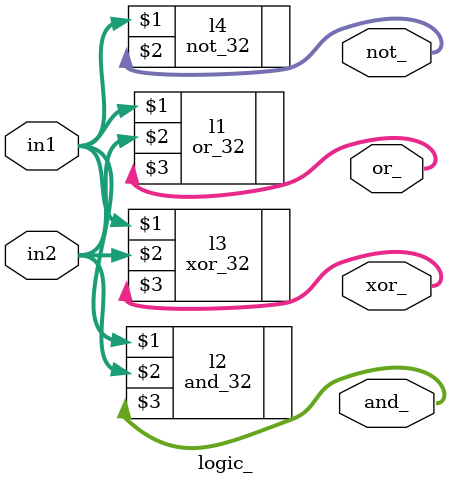
<source format=v>

module logic_(input [31:0]in1,
			input [31:0]in2,
			output [31:0]or_,
			output [31:0]and_,
			output [31:0]xor_,
			output [31:0]not_
);




or_32  l1(in1[31:0],in2,or_[31:0]);

and_32 l2(in1[31:0],in2,and_[31:0]);

xor_32 l3(in1[31:0],in2,xor_[31:0]);

not_32 l4(in1[31:0],not_[31:0]);



/*always @(*) 
begin

case(switch)
2'b00:out=out1;
2'b01:out=out2;
2'b10:out=out3;
2'b11:out=out4;

endcase

end
*/


endmodule

</source>
